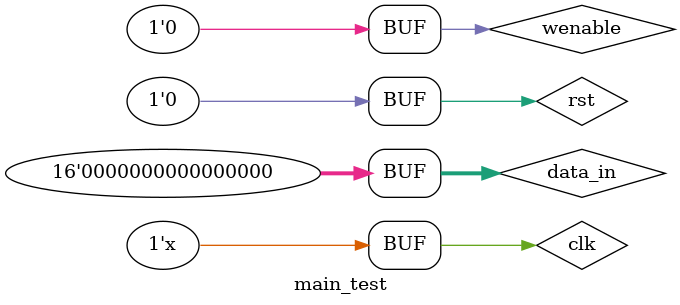
<source format=v>
`timescale 1ns / 1ps

module main_test;
	
	reg clk,rst;
	reg [15:0]data_in = 0;
	reg wenable = 0;
	
	wire [2:0] readreg1;
	wire [2:0] readreg2;
	wire [2:0] writereg;
	wire [4:0] aluopcode;
	wire [8:0] imme;
	wire [15:0]data_A;
	wire [15:0]data_B;
	wire [17:0]data_result;
	wire [15:0]data_out;
	wire [1:0] counter;
	wire [15:0]pc_out;
	wire enfetch,endecode,enregrd,enregwr,enalu,enmem;
	wire shldBranch;
	wire update;
	wire regen;
	
	Instruction_decode main_instr (clk,endecode,data_out,readreg1,readreg2,writereg,regen,aluopcode,imme);   //data read from memory acting as instruction to be decoded
	Control_Unit main_ctrl (clk, rst,enfetch,endecode,enregrd,update,enalu,enmem);
	ALU_OP main_alu (clk,enalu,aluopcode,imme,data_A,data_B,data_result,shldBranch);
	PC_unit main_PC (clk, counter, data_result, pc_out);
	Reg_File main_reg (clk,enregrd,enregwr,readreg1,readreg2, writereg, data_A, data_B, data_result);
	memory main_memory (clk, wenable, pc_out, data_in, data_out);                                     //address is from program counter output
	
	assign enregwr = regen & update ;
	assign counter = (rst) ? 2'b11 : ((shldBranch) ? 2'b10 : ((enalu) ? 2'b01 : 2'b00));      // if reset then 0 if branching should happen then jump to pc_in otherise if memory is high then update normally or else remains same
	
	always #5 clk = ~clk;
	
	initial
		begin
			clk = 0;
			rst = 1;
			
			#20 rst = 0;
			main_reg.registers[1] = 16'd5;
            main_reg.registers[2] = 16'd3;
			//#800 $finish;
		end
endmodule

</source>
